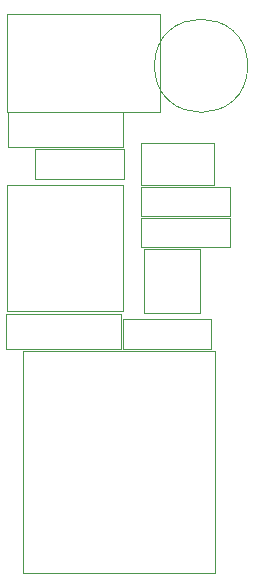
<source format=gbr>
G04 #@! TF.GenerationSoftware,KiCad,Pcbnew,(5.1.5)-3*
G04 #@! TF.CreationDate,2020-04-18T22:31:02-04:00*
G04 #@! TF.ProjectId,Single_Receiver_Out,53696e67-6c65-45f5-9265-636569766572,v1*
G04 #@! TF.SameCoordinates,Original*
G04 #@! TF.FileFunction,Other,User*
%FSLAX46Y46*%
G04 Gerber Fmt 4.6, Leading zero omitted, Abs format (unit mm)*
G04 Created by KiCad (PCBNEW (5.1.5)-3) date 2020-04-18 22:31:02*
%MOMM*%
%LPD*%
G04 APERTURE LIST*
%ADD10C,0.050000*%
G04 APERTURE END LIST*
D10*
X62401000Y-126417800D02*
X62401000Y-122817800D01*
X56251000Y-126417800D02*
X62401000Y-126417800D01*
X56251000Y-122817800D02*
X56251000Y-126417800D01*
X62401000Y-122817800D02*
X56251000Y-122817800D01*
X62151000Y-137767800D02*
X54651000Y-137767800D01*
X62151000Y-140267800D02*
X62151000Y-137767800D01*
X54651000Y-140267800D02*
X62151000Y-140267800D01*
X54651000Y-137767800D02*
X54651000Y-140267800D01*
X56254960Y-131682840D02*
X63754960Y-131682840D01*
X56254960Y-129182840D02*
X56254960Y-131682840D01*
X63754960Y-129182840D02*
X56254960Y-129182840D01*
X63754960Y-131682840D02*
X63754960Y-129182840D01*
X56254960Y-129051400D02*
X63754960Y-129051400D01*
X56254960Y-126551400D02*
X56254960Y-129051400D01*
X63754960Y-126551400D02*
X56254960Y-126551400D01*
X63754960Y-129051400D02*
X63754960Y-126551400D01*
X54671000Y-120217800D02*
X44951000Y-120217800D01*
X54671000Y-123217800D02*
X54671000Y-120217800D01*
X44951000Y-123217800D02*
X54671000Y-123217800D01*
X44951000Y-120217800D02*
X44951000Y-123217800D01*
X61211000Y-131817800D02*
X61211000Y-137277800D01*
X61211000Y-131817800D02*
X56471000Y-131817800D01*
X56471000Y-137277800D02*
X61211000Y-137277800D01*
X56471000Y-137277800D02*
X56471000Y-131817800D01*
X54649240Y-126420080D02*
X44849240Y-126420080D01*
X54649240Y-137120080D02*
X54649240Y-126420080D01*
X44849240Y-137120080D02*
X54649240Y-137120080D01*
X44849240Y-126420080D02*
X44849240Y-137120080D01*
X54532880Y-137317800D02*
X44812880Y-137317800D01*
X54532880Y-140317800D02*
X54532880Y-137317800D01*
X44812880Y-140317800D02*
X54532880Y-140317800D01*
X44812880Y-137317800D02*
X44812880Y-140317800D01*
X57783920Y-111967800D02*
X44883920Y-111967800D01*
X57783920Y-120217800D02*
X57783920Y-111967800D01*
X44883920Y-120217800D02*
X57783920Y-120217800D01*
X44883920Y-111967800D02*
X44883920Y-120217800D01*
X62501000Y-159239640D02*
X46191000Y-159239640D01*
X62501000Y-159239640D02*
X62501000Y-140499640D01*
X46191000Y-140499640D02*
X46191000Y-159239640D01*
X46191000Y-140499640D02*
X62501000Y-140499640D01*
X47278600Y-125892680D02*
X54778600Y-125892680D01*
X47278600Y-123392680D02*
X47278600Y-125892680D01*
X54778600Y-123392680D02*
X47278600Y-123392680D01*
X54778600Y-125892680D02*
X54778600Y-123392680D01*
X65251000Y-116317800D02*
G75*
G03X65251000Y-116317800I-3950000J0D01*
G01*
M02*

</source>
